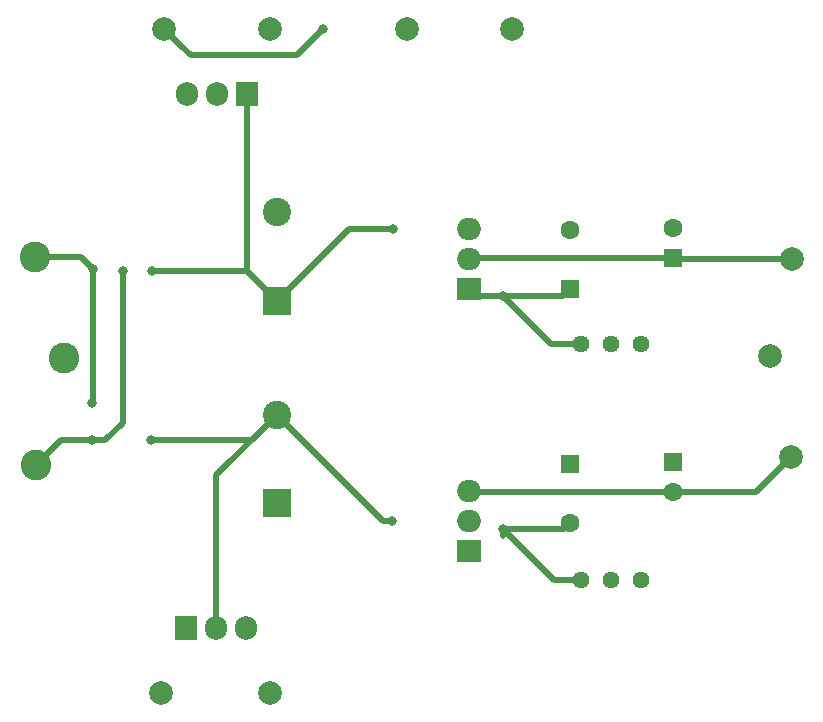
<source format=gbr>
G04 #@! TF.GenerationSoftware,KiCad,Pcbnew,(5.1.10-0-10_14)*
G04 #@! TF.CreationDate,2021-10-03T15:14:27+02:00*
G04 #@! TF.ProjectId,lv-lownoise-psu,6c762d6c-6f77-46e6-9f69-73652d707375,rev?*
G04 #@! TF.SameCoordinates,Original*
G04 #@! TF.FileFunction,Copper,L2,Bot*
G04 #@! TF.FilePolarity,Positive*
%FSLAX46Y46*%
G04 Gerber Fmt 4.6, Leading zero omitted, Abs format (unit mm)*
G04 Created by KiCad (PCBNEW (5.1.10-0-10_14)) date 2021-10-03 15:14:27*
%MOMM*%
%LPD*%
G01*
G04 APERTURE LIST*
G04 #@! TA.AperFunction,ComponentPad*
%ADD10C,1.440000*%
G04 #@! TD*
G04 #@! TA.AperFunction,ComponentPad*
%ADD11C,2.000000*%
G04 #@! TD*
G04 #@! TA.AperFunction,ComponentPad*
%ADD12C,1.600000*%
G04 #@! TD*
G04 #@! TA.AperFunction,ComponentPad*
%ADD13R,1.600000X1.600000*%
G04 #@! TD*
G04 #@! TA.AperFunction,ComponentPad*
%ADD14O,2.000000X1.905000*%
G04 #@! TD*
G04 #@! TA.AperFunction,ComponentPad*
%ADD15R,2.000000X1.905000*%
G04 #@! TD*
G04 #@! TA.AperFunction,ComponentPad*
%ADD16O,1.905000X2.000000*%
G04 #@! TD*
G04 #@! TA.AperFunction,ComponentPad*
%ADD17R,1.905000X2.000000*%
G04 #@! TD*
G04 #@! TA.AperFunction,ComponentPad*
%ADD18C,2.400000*%
G04 #@! TD*
G04 #@! TA.AperFunction,ComponentPad*
%ADD19R,2.400000X2.400000*%
G04 #@! TD*
G04 #@! TA.AperFunction,ComponentPad*
%ADD20C,2.600000*%
G04 #@! TD*
G04 #@! TA.AperFunction,ViaPad*
%ADD21C,0.800000*%
G04 #@! TD*
G04 #@! TA.AperFunction,Conductor*
%ADD22C,0.500000*%
G04 #@! TD*
G04 #@! TA.AperFunction,Conductor*
%ADD23C,0.250000*%
G04 #@! TD*
G04 APERTURE END LIST*
D10*
X135255000Y-77025500D03*
X132715000Y-77025500D03*
X130175000Y-77025500D03*
X135255000Y-57023000D03*
X132715000Y-57023000D03*
X130175000Y-57023000D03*
D11*
X148018500Y-49784000D03*
D12*
X137922000Y-69532500D03*
D13*
X137922000Y-67032500D03*
D12*
X137922000Y-47220500D03*
D13*
X137922000Y-49720500D03*
D12*
X129222500Y-72183000D03*
D13*
X129222500Y-67183000D03*
D12*
X129222500Y-47324000D03*
D13*
X129222500Y-52324000D03*
D11*
X94551500Y-86550500D03*
X103822500Y-86550500D03*
X103822500Y-30353000D03*
X94869000Y-30353000D03*
X124333000Y-30353000D03*
X115379500Y-30353000D03*
X147955000Y-66548000D03*
X146113500Y-58039000D03*
D14*
X120650000Y-69469000D03*
X120650000Y-72009000D03*
D15*
X120650000Y-74549000D03*
D14*
X120650000Y-47244000D03*
X120650000Y-49784000D03*
D15*
X120650000Y-52324000D03*
D16*
X101790500Y-81089500D03*
X99250500Y-81089500D03*
D17*
X96710500Y-81089500D03*
D16*
X96774000Y-35814000D03*
X99314000Y-35814000D03*
D17*
X101854000Y-35814000D03*
D18*
X104394000Y-62992000D03*
D19*
X104394000Y-70492000D03*
D18*
X104394000Y-45840000D03*
D19*
X104394000Y-53340000D03*
D20*
X83921600Y-49631600D03*
X86360000Y-58166000D03*
X83972400Y-67259200D03*
D21*
X93827600Y-50800000D03*
X114236500Y-47244000D03*
X88849200Y-50647600D03*
X88726000Y-61997600D03*
X93726000Y-65125600D03*
X114109500Y-72009000D03*
X108331000Y-30353000D03*
X88747600Y-65125600D03*
X91338400Y-50800000D03*
X123571000Y-72707500D03*
X123571000Y-52959000D03*
D22*
X101854000Y-50800000D02*
X104394000Y-53340000D01*
X93827600Y-50800000D02*
X101854000Y-50800000D01*
X101854000Y-35814000D02*
X101854000Y-50800000D01*
X110490000Y-47244000D02*
X104394000Y-53340000D01*
X114236500Y-47244000D02*
X110490000Y-47244000D01*
X87833200Y-49631600D02*
X88849200Y-50647600D01*
X83921600Y-49631600D02*
X87833200Y-49631600D01*
X88849200Y-61874400D02*
X88726000Y-61997600D01*
X88849200Y-50647600D02*
X88849200Y-61874400D01*
X93751400Y-65151000D02*
X93726000Y-65125600D01*
X102260400Y-65125600D02*
X104394000Y-62992000D01*
X93726000Y-65125600D02*
X102260400Y-65125600D01*
X113411000Y-72009000D02*
X104394000Y-62992000D01*
X114109500Y-72009000D02*
X113411000Y-72009000D01*
X104394000Y-62992000D02*
X99250500Y-68135500D01*
X99250500Y-68135500D02*
X99250500Y-81089500D01*
D23*
X94805500Y-30289500D02*
X94869000Y-30353000D01*
D22*
X94869000Y-30353000D02*
X96319001Y-31803001D01*
X96319001Y-31803001D02*
X97091500Y-32575500D01*
X106108500Y-32575500D02*
X108331000Y-30353000D01*
X97091500Y-32575500D02*
X106108500Y-32575500D01*
X147993100Y-49809400D02*
X148018500Y-49784000D01*
X137985500Y-49784000D02*
X137922000Y-49720500D01*
X148018500Y-49784000D02*
X137985500Y-49784000D01*
X120713500Y-49720500D02*
X120650000Y-49784000D01*
X137922000Y-49720500D02*
X120713500Y-49720500D01*
X147929600Y-66522600D02*
X147955000Y-66548000D01*
X120713500Y-69532500D02*
X120650000Y-69469000D01*
X137922000Y-69532500D02*
X120713500Y-69532500D01*
X144970500Y-69532500D02*
X147955000Y-66548000D01*
X137922000Y-69532500D02*
X144970500Y-69532500D01*
X83972400Y-67259200D02*
X86106000Y-65125600D01*
X86106000Y-65125600D02*
X88747600Y-65125600D01*
X88747600Y-65125600D02*
X89865200Y-65125600D01*
X91338400Y-63652400D02*
X91338400Y-50800000D01*
X89865200Y-65125600D02*
X91338400Y-63652400D01*
X128698000Y-72707500D02*
X129222500Y-72183000D01*
X123571000Y-72707500D02*
X128698000Y-72707500D01*
X123571000Y-72707500D02*
X123571000Y-73279000D01*
X127889000Y-77025500D02*
X123571000Y-72707500D01*
X130175000Y-77025500D02*
X127889000Y-77025500D01*
X121285000Y-52959000D02*
X120650000Y-52324000D01*
X123571000Y-52959000D02*
X121285000Y-52959000D01*
X128587500Y-52959000D02*
X129222500Y-52324000D01*
X123571000Y-52959000D02*
X128587500Y-52959000D01*
X127635000Y-57023000D02*
X123571000Y-52959000D01*
X130175000Y-57023000D02*
X127635000Y-57023000D01*
M02*

</source>
